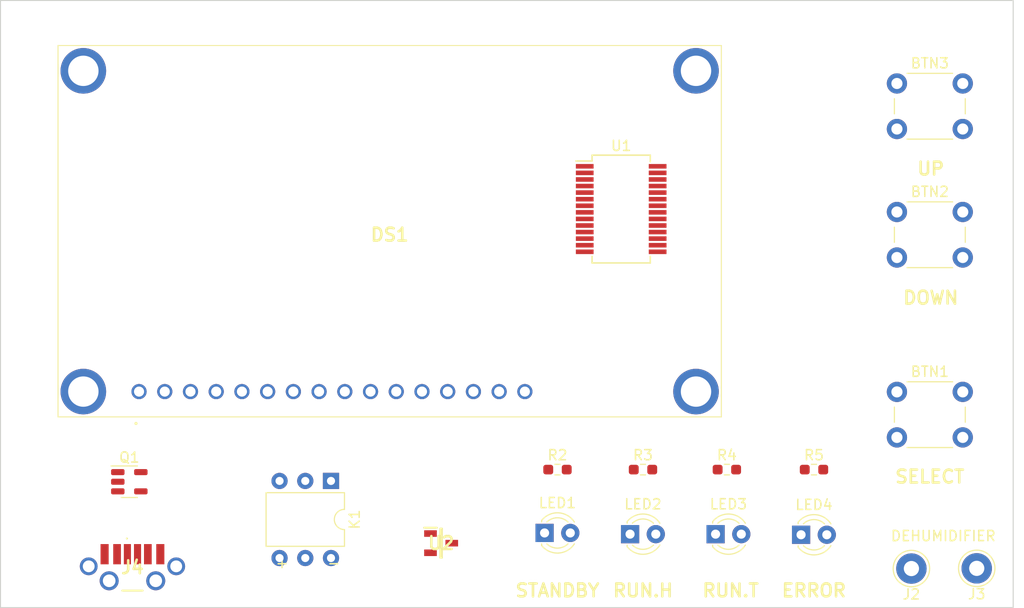
<source format=kicad_pcb>
(kicad_pcb (version 20211014) (generator pcbnew)
  (layers (0 "F.Cu" signal) (31 "B.Cu" signal) (34 "B.Paste" user) (35 "F.Paste" user) (36 "B.SilkS" user "B.Silkscreen") (37 "F.SilkS" user "F.Silkscreen") (38 "B.Mask" user) (39 "F.Mask" user) (44 "Edge.Cuts" user))
  (net 0 "")
  (net 46 "Net-(K1-Pad2)")
  (net 68 "Net-(U1-Pad15)")
  (footprint "Button_Switch_THT:SW_PUSH_6mm" (layer "F.Cu") (at 156.77 73.95)
    (fp_text reference "BTN3" (at 3.25 -2) (layer "F.SilkS"))
    (fp_text value "SW_Push")
    (fp_line (start -0.25 1.5) (end -0.25 3) (layer "F.SilkS") (width 0.12))
    (fp_line (start 6.75 3) (end 6.75 1.5) (layer "F.SilkS") (width 0.12))
    (fp_line (start 5.5 -1) (end 1 -1) (layer "F.SilkS") (width 0.12))
    (fp_line (start 1 5.5) (end 5.5 5.5) (layer "F.SilkS") (width 0.12))
    (pad "1" thru_hole circle (at 0 0 90) (size 2 2) (drill 1.1) (layers *.Cu *.Mask))
    (pad "1" thru_hole circle (at 6.5 0 90) (size 2 2) (drill 1.1) (layers *.Cu *.Mask))
    (pad "2" thru_hole circle (at 6.5 4.5 90) (size 2 2) (drill 1.1) (layers *.Cu *.Mask))
    (pad "2" thru_hole circle (at 0 4.5 90) (size 2 2) (drill 1.1) (layers *.Cu *.Mask))
  )
  (footprint "Package_TO_SOT_SMD:SOT-23-5" (layer "F.Cu") (at 80.97 113.31)
    (fp_text reference "Q1" (at 0 -2.4) (layer "F.SilkS"))
    (fp_text value "MCP1416")
    (fp_line (start 0 1.56) (end 0.8 1.56) (layer "F.SilkS") (width 0.12))
    (fp_line (start 0 -1.56) (end -1.8 -1.56) (layer "F.SilkS") (width 0.12))
    (fp_line (start 0 1.56) (end -0.8 1.56) (layer "F.SilkS") (width 0.12))
    (fp_line (start 0 -1.56) (end 0.8 -1.56) (layer "F.SilkS") (width 0.12))
    (pad "1" smd roundrect (at -1.1375 -0.95) (size 1.325 0.6) (layers "F.Cu" "F.Paste" "F.Mask"))
    (pad "2" smd roundrect (at -1.1375 0) (size 1.325 0.6) (layers "F.Cu" "F.Paste" "F.Mask"))
    (pad "3" smd roundrect (at -1.1375 0.95) (size 1.325 0.6) (layers "F.Cu" "F.Paste" "F.Mask"))
    (pad "4" smd roundrect (at 1.1375 0.95) (size 1.325 0.6) (layers "F.Cu" "F.Paste" "F.Mask"))
    (pad "5" smd roundrect (at 1.1375 -0.95) (size 1.325 0.6) (layers "F.Cu" "F.Paste" "F.Mask"))
  )
  (footprint "Resistor_SMD:R_0603_1608Metric_Pad0.98x0.95mm_HandSolder" (layer "F.Cu") (at 131.693333 112.11)
    (fp_text reference "R3" (at 0 -1.43) (layer "F.SilkS"))
    (fp_text value "1k")
    (fp_line (start -0.254724 -0.5225) (end 0.254724 -0.5225) (layer "F.SilkS") (width 0.12))
    (fp_line (start -0.254724 0.5225) (end 0.254724 0.5225) (layer "F.SilkS") (width 0.12))
    (pad "1" smd roundrect (at -0.9125 0) (size 0.975 0.95) (layers "F.Cu" "F.Paste" "F.Mask"))
    (pad "2" smd roundrect (at 0.9125 0) (size 0.975 0.95) (layers "F.Cu" "F.Paste" "F.Mask"))
  )
  (footprint "Connector_Pin:Pin_D1.3mm_L11.0mm_LooseFit" (layer "F.Cu") (at 164.65 121.87)
    (fp_text reference "J3" (at 0 2.55) (layer "F.SilkS"))
    (fp_text value "Conn_01x02")
    (fp_circle (center 0 0) (end 1.8 0.05) (layer "F.SilkS") (width 0.12) (fill none))
    (pad "1" thru_hole circle (at 0 0) (size 3 3) (drill 1.5) (layers *.Cu *.Mask))
  )
  (footprint "SamacSys:NHD0216HZFSWFBW33V3C" (layer "F.Cu") (at 81.93 104.4)
    (fp_text reference "DS1" (at 24.75 -15.5) (layer "F.SilkS") (effects (font (size 1.27 1.27) (thickness 0.254))))
    (fp_text value "NHD-0216HZ-FSW-FBW-33V3C" hide)
    (fp_line (start -8 2.5) (end -8 -34.2) (layer "F.SilkS") (width 0.1))
    (fp_line (start -0.35 3.15) (end -0.35 3.15) (layer "F.SilkS") (width 0.2))
    (fp_line (start -8 -34.2) (end 57.5 -34.2) (layer "F.SilkS") (width 0.1))
    (fp_line (start 57.5 2.5) (end -8 2.5) (layer "F.SilkS") (width 0.1))
    (fp_line (start -0.25 3.15) (end -0.25 3.15) (layer "F.SilkS") (width 0.2))
    (fp_line (start 57.5 -34.2) (end 57.5 2.5) (layer "F.SilkS") (width 0.1))
    (fp_arc (start -0.25 3.15) (mid -0.3 3.2) (end -0.35 3.15) (layer "F.SilkS") (width 0.2))
    (fp_arc (start -0.35 3.15) (mid -0.3 3.1) (end -0.25 3.15) (layer "F.SilkS") (width 0.2))
    (pad "1" thru_hole circle locked (at 0 0) (size 1.5 1.5) (drill 1) (layers *.Cu *.Mask))
    (pad "2" thru_hole circle locked (at 2.54 0) (size 1.5 1.5) (drill 1) (layers *.Cu *.Mask))
    (pad "3" thru_hole circle locked (at 5.08 0) (size 1.5 1.5) (drill 1) (layers *.Cu *.Mask))
    (pad "4" thru_hole circle locked (at 7.62 0) (size 1.5 1.5) (drill 1) (layers *.Cu *.Mask))
    (pad "5" thru_hole circle locked (at 10.16 0) (size 1.5 1.5) (drill 1) (layers *.Cu *.Mask))
    (pad "6" thru_hole circle locked (at 12.7 0) (size 1.5 1.5) (drill 1) (layers *.Cu *.Mask))
    (pad "7" thru_hole circle locked (at 15.24 0) (size 1.5 1.5) (drill 1) (layers *.Cu *.Mask))
    (pad "8" thru_hole circle locked (at 17.78 0) (size 1.5 1.5) (drill 1) (layers *.Cu *.Mask))
    (pad "9" thru_hole circle locked (at 20.32 0) (size 1.5 1.5) (drill 1) (layers *.Cu *.Mask))
    (pad "10" thru_hole circle locked (at 22.86 0) (size 1.5 1.5) (drill 1) (layers *.Cu *.Mask))
    (pad "11" thru_hole circle locked (at 25.4 0) (size 1.5 1.5) (drill 1) (layers *.Cu *.Mask))
    (pad "12" thru_hole circle locked (at 27.94 0) (size 1.5 1.5) (drill 1) (layers *.Cu *.Mask))
    (pad "13" thru_hole circle locked (at 30.48 0) (size 1.5 1.5) (drill 1) (layers *.Cu *.Mask))
    (pad "14" thru_hole circle locked (at 33.02 0) (size 1.5 1.5) (drill 1) (layers *.Cu *.Mask))
    (pad "15" thru_hole circle locked (at 35.56 0) (size 1.5 1.5) (drill 1) (layers *.Cu *.Mask))
    (pad "16" thru_hole circle locked (at 38.1 0) (size 1.5 1.5) (drill 1) (layers *.Cu *.Mask))
    (pad "MH1" thru_hole circle locked (at -5.5 0) (size 4.5 4.5) (drill 3) (layers *.Cu *.Mask))
    (pad "MH2" thru_hole circle locked (at -5.5 -31.7) (size 4.5 4.5) (drill 3) (layers *.Cu *.Mask))
    (pad "MH3" thru_hole circle locked (at 55 0) (size 4.5 4.5) (drill 3) (layers *.Cu *.Mask))
    (pad "MH4" thru_hole circle locked (at 55 -31.7) (size 4.5 4.5) (drill 3) (layers *.Cu *.Mask))
  )
  (footprint "Resistor_SMD:R_0603_1608Metric_Pad0.98x0.95mm_HandSolder" (layer "F.Cu") (at 148.58 112.11)
    (fp_text reference "R5" (at 0 -1.43) (layer "F.SilkS"))
    (fp_text value "1k")
    (fp_line (start -0.254724 0.5225) (end 0.254724 0.5225) (layer "F.SilkS") (width 0.12))
    (fp_line (start -0.254724 -0.5225) (end 0.254724 -0.5225) (layer "F.SilkS") (width 0.12))
    (pad "1" smd roundrect (at -0.9125 0) (size 0.975 0.95) (layers "F.Cu" "F.Paste" "F.Mask"))
    (pad "2" smd roundrect (at 0.9125 0) (size 0.975 0.95) (layers "F.Cu" "F.Paste" "F.Mask"))
  )
  (footprint "Package_DIP:DIP-6_W7.62mm" (layer "F.Cu") (at 100.885 113.23 -90)
    (fp_text reference "K1" (at 3.81 -2.33 90) (layer "F.SilkS"))
    (fp_text value "TLP3545")
    (fp_line (start 2.81 -1.33) (end 1.16 -1.33) (layer "F.SilkS") (width 0.12))
    (fp_line (start 1.16 6.41) (end 6.46 6.41) (layer "F.SilkS") (width 0.12))
    (fp_line (start 1.16 -1.33) (end 1.16 6.41) (layer "F.SilkS") (width 0.12))
    (fp_line (start 6.46 -1.33) (end 4.81 -1.33) (layer "F.SilkS") (width 0.12))
    (fp_line (start 6.46 6.41) (end 6.46 -1.33) (layer "F.SilkS") (width 0.12))
    (fp_arc (start 4.81 -1.33) (mid 3.81 -0.33) (end 2.81 -1.33) (layer "F.SilkS") (width 0.12))
    (pad "1" thru_hole rect (at 0 0 270) (size 1.6 1.6) (drill 0.8) (layers *.Cu *.Mask))
    (pad "2" thru_hole oval (at 0 2.54 270) (size 1.6 1.6) (drill 0.8) (layers *.Cu *.Mask) (net 46 "Net-(K1-Pad2)"))
    (pad "3" thru_hole oval (at 0 5.08 270) (size 1.6 1.6) (drill 0.8) (layers *.Cu *.Mask))
    (pad "4" thru_hole oval (at 7.62 5.08 270) (size 1.6 1.6) (drill 0.8) (layers *.Cu *.Mask))
    (pad "5" thru_hole oval (at 7.62 2.54 270) (size 1.6 1.6) (drill 0.8) (layers *.Cu *.Mask))
    (pad "6" thru_hole oval (at 7.62 0 270) (size 1.6 1.6) (drill 0.8) (layers *.Cu *.Mask))
  )
  (footprint "Button_Switch_THT:SW_PUSH_6mm" (layer "F.Cu") (at 156.77 86.65)
    (fp_text reference "BTN2" (at 3.25 -2) (layer "F.SilkS"))
    (fp_text value "SW_Push")
    (fp_line (start -0.25 1.5) (end -0.25 3) (layer "F.SilkS") (width 0.12))
    (fp_line (start 1 5.5) (end 5.5 5.5) (layer "F.SilkS") (width 0.12))
    (fp_line (start 5.5 -1) (end 1 -1) (layer "F.SilkS") (width 0.12))
    (fp_line (start 6.75 3) (end 6.75 1.5) (layer "F.SilkS") (width 0.12))
    (pad "1" thru_hole circle (at 0 0 90) (size 2 2) (drill 1.1) (layers *.Cu *.Mask))
    (pad "1" thru_hole circle (at 6.5 0 90) (size 2 2) (drill 1.1) (layers *.Cu *.Mask))
    (pad "2" thru_hole circle (at 6.5 4.5 90) (size 2 2) (drill 1.1) (layers *.Cu *.Mask))
    (pad "2" thru_hole circle (at 0 4.5 90) (size 2 2) (drill 1.1) (layers *.Cu *.Mask))
  )
  (footprint "Connector_Pin:Pin_D1.3mm_L11.0mm_LooseFit" (layer "F.Cu") (at 158.2 121.89)
    (fp_text reference "J2" (at 0 2.55) (layer "F.SilkS"))
    (fp_text value "Conn_01x02")
    (fp_circle (center 0 0) (end 1.8 0.05) (layer "F.SilkS") (width 0.12) (fill none))
    (pad "1" thru_hole circle (at 0 0) (size 3 3) (drill 1.5) (layers *.Cu *.Mask))
  )
  (footprint "Resistor_SMD:R_0603_1608Metric_Pad0.98x0.95mm_HandSolder" (layer "F.Cu") (at 139.976666 112.11)
    (fp_text reference "R4" (at 0 -1.43) (layer "F.SilkS"))
    (fp_text value "1k")
    (fp_line (start -0.254724 -0.5225) (end 0.254724 -0.5225) (layer "F.SilkS") (width 0.12))
    (fp_line (start -0.254724 0.5225) (end 0.254724 0.5225) (layer "F.SilkS") (width 0.12))
    (pad "1" smd roundrect (at -0.9125 0) (size 0.975 0.95) (layers "F.Cu" "F.Paste" "F.Mask"))
    (pad "2" smd roundrect (at 0.9125 0) (size 0.975 0.95) (layers "F.Cu" "F.Paste" "F.Mask"))
  )
  (footprint "LED_THT:LED_D3.0mm" (layer "F.Cu") (at 147.305 118.55)
    (fp_text reference "LED4" (at 1.27 -2.96) (layer "F.SilkS"))
    (fp_text value "0603")
    (fp_line (start -0.29 -1.236) (end -0.29 -1.08) (layer "F.SilkS") (width 0.12))
    (fp_line (start -0.29 1.08) (end -0.29 1.236) (layer "F.SilkS") (width 0.12))
    (fp_arc (start 2.942335 1.078608) (mid 1.366487 1.987659) (end -0.29 1.235516) (layer "F.SilkS") (width 0.12))
    (fp_arc (start 2.31113 1.079837) (mid 1.270117 1.5) (end 0.229039 1.08) (layer "F.SilkS") (width 0.12))
    (fp_arc (start -0.29 -1.235516) (mid 1.366487 -1.987659) (end 2.942335 -1.078608) (layer "F.SilkS") (width 0.12))
    (fp_arc (start 0.229039 -1.08) (mid 1.270117 -1.5) (end 2.31113 -1.079837) (layer "F.SilkS") (width 0.12))
    (pad "1" thru_hole rect (at 0 0) (size 1.8 1.8) (drill 0.9) (layers *.Cu *.Mask))
    (pad "2" thru_hole circle (at 2.54 0) (size 1.8 1.8) (drill 0.9) (layers *.Cu *.Mask))
  )
  (footprint "Button_Switch_THT:SW_PUSH_6mm" (layer "F.Cu") (at 156.77 104.43)
    (fp_text reference "BTN1" (at 3.25 -2) (layer "F.SilkS"))
    (fp_text value "SW_Push")
    (fp_line (start -0.25 1.5) (end -0.25 3) (layer "F.SilkS") (width 0.12))
    (fp_line (start 5.5 -1) (end 1 -1) (layer "F.SilkS") (width 0.12))
    (fp_line (start 1 5.5) (end 5.5 5.5) (layer "F.SilkS") (width 0.12))
    (fp_line (start 6.75 3) (end 6.75 1.5) (layer "F.SilkS") (width 0.12))
    (pad "1" thru_hole circle (at 6.5 0 90) (size 2 2) (drill 1.1) (layers *.Cu *.Mask))
    (pad "1" thru_hole circle (at 0 0 90) (size 2 2) (drill 1.1) (layers *.Cu *.Mask))
    (pad "2" thru_hole circle (at 6.5 4.5 90) (size 2 2) (drill 1.1) (layers *.Cu *.Mask))
    (pad "2" thru_hole circle (at 0 4.5 90) (size 2 2) (drill 1.1) (layers *.Cu *.Mask))
  )
  (footprint "LED_THT:LED_D3.0mm" (layer "F.Cu") (at 130.418333 118.49)
    (fp_text reference "LED2" (at 1.27 -2.96) (layer "F.SilkS"))
    (fp_text value "0603")
    (fp_line (start -0.29 1.08) (end -0.29 1.236) (layer "F.SilkS") (width 0.12))
    (fp_line (start -0.29 -1.236) (end -0.29 -1.08) (layer "F.SilkS") (width 0.12))
    (fp_arc (start -0.29 -1.235516) (mid 1.366487 -1.987659) (end 2.942335 -1.078608) (layer "F.SilkS") (width 0.12))
    (fp_arc (start 2.31113 1.079837) (mid 1.270117 1.5) (end 0.229039 1.08) (layer "F.SilkS") (width 0.12))
    (fp_arc (start 2.942335 1.078608) (mid 1.366487 1.987659) (end -0.29 1.235516) (layer "F.SilkS") (width 0.12))
    (fp_arc (start 0.229039 -1.08) (mid 1.270117 -1.5) (end 2.31113 -1.079837) (layer "F.SilkS") (width 0.12))
    (pad "1" thru_hole rect (at 0 0) (size 1.8 1.8) (drill 0.9) (layers *.Cu *.Mask))
    (pad "2" thru_hole circle (at 2.54 0) (size 1.8 1.8) (drill 0.9) (layers *.Cu *.Mask))
  )
  (footprint "Resistor_SMD:R_0603_1608Metric_Pad0.98x0.95mm_HandSolder" (layer "F.Cu") (at 123.25 112.11)
    (fp_text reference "R2" (at 0 -1.43) (layer "F.SilkS"))
    (fp_text value "1k")
    (fp_line (start -0.254724 -0.5225) (end 0.254724 -0.5225) (layer "F.SilkS") (width 0.12))
    (fp_line (start -0.254724 0.5225) (end 0.254724 0.5225) (layer "F.SilkS") (width 0.12))
    (pad "1" smd roundrect (at -0.9125 0) (size 0.975 0.95) (layers "F.Cu" "F.Paste" "F.Mask"))
    (pad "2" smd roundrect (at 0.9125 0) (size 0.975 0.95) (layers "F.Cu" "F.Paste" "F.Mask"))
  )
  (footprint "LED_THT:LED_D3.0mm" (layer "F.Cu") (at 138.861666 118.49)
    (fp_text reference "LED3" (at 1.27 -2.96) (layer "F.SilkS"))
    (fp_text value "0603")
    (fp_line (start -0.29 -1.236) (end -0.29 -1.08) (layer "F.SilkS") (width 0.12))
    (fp_line (start -0.29 1.08) (end -0.29 1.236) (layer "F.SilkS") (width 0.12))
    (fp_arc (start 2.942335 1.078608) (mid 1.366487 1.987659) (end -0.29 1.235516) (layer "F.SilkS") (width 0.12))
    (fp_arc (start 0.229039 -1.08) (mid 1.270117 -1.5) (end 2.31113 -1.079837) (layer "F.SilkS") (width 0.12))
    (fp_arc (start 2.31113 1.079837) (mid 1.270117 1.5) (end 0.229039 1.08) (layer "F.SilkS") (width 0.12))
    (fp_arc (start -0.29 -1.235516) (mid 1.366487 -1.987659) (end 2.942335 -1.078608) (layer "F.SilkS") (width 0.12))
    (pad "1" thru_hole rect (at 0 0) (size 1.8 1.8) (drill 0.9) (layers *.Cu *.Mask))
    (pad "2" thru_hole circle (at 2.54 0) (size 1.8 1.8) (drill 0.9) (layers *.Cu *.Mask))
  )
  (footprint "Package_SO:SSOP-28_5.3x10.2mm_P0.65mm" (layer "F.Cu") (at 129.54 86.36)
    (fp_text reference "U1" (at 0 -6.25) (layer "F.SilkS"))
    (fp_text value "ATmega3208-X")
    (fp_line (start -2.875 5.325) (end 2.875 5.325) (layer "F.SilkS") (width 0.15))
    (fp_line (start 2.875 5.325) (end 2.875 4.675) (layer "F.SilkS") (width 0.15))
    (fp_line (start 2.875 -5.325) (end 2.875 -4.675) (layer "F.SilkS") (width 0.15))
    (fp_line (start -2.875 -4.75) (end -4.475 -4.75) (layer "F.SilkS") (width 0.15))
    (fp_line (start -2.875 -5.325) (end 2.875 -5.325) (layer "F.SilkS") (width 0.15))
    (fp_line (start -2.875 -5.325) (end -2.875 -4.75) (layer "F.SilkS") (width 0.15))
    (fp_line (start -2.875 5.325) (end -2.875 4.675) (layer "F.SilkS") (width 0.15))
    (pad "1" smd rect (at -3.6 -4.225) (size 1.75 0.45) (layers "F.Cu" "F.Paste" "F.Mask"))
    (pad "2" smd rect (at -3.6 -3.575) (size 1.75 0.45) (layers "F.Cu" "F.Paste" "F.Mask"))
    (pad "3" smd rect (at -3.6 -2.925) (size 1.75 0.45) (layers "F.Cu" "F.Paste" "F.Mask"))
    (pad "4" smd rect (at -3.6 -2.275) (size 1.75 0.45) (layers "F.Cu" "F.Paste" "F.Mask"))
    (pad "5" smd rect (at -3.6 -1.625) (size 1.75 0.45) (layers "F.Cu" "F.Paste" "F.Mask"))
    (pad "6" smd rect (at -3.6 -0.975) (size 1.75 0.45) (layers "F.Cu" "F.Paste" "F.Mask"))
    (pad "7" smd rect (at -3.6 -0.325) (size 1.75 0.45) (layers "F.Cu" "F.Paste" "F.Mask"))
    (pad "8" smd rect (at -3.6 0.325) (size 1.75 0.45) (layers "F.Cu" "F.Paste" "F.Mask"))
    (pad "9" smd rect (at -3.6 0.975) (size 1.75 0.45) (layers "F.Cu" "F.Paste" "F.Mask"))
    (pad "10" smd rect (at -3.6 1.625) (size 1.75 0.45) (layers "F.Cu" "F.Paste" "F.Mask"))
    (pad "11" smd rect (at -3.6 2.275) (size 1.75 0.45) (layers "F.Cu" "F.Paste" "F.Mask"))
    (pad "12" smd rect (at -3.6 2.925) (size 1.75 0.45) (layers "F.Cu" "F.Paste" "F.Mask"))
    (pad "13" smd rect (at -3.6 3.575) (size 1.75 0.45) (layers "F.Cu" "F.Paste" "F.Mask"))
    (pad "14" smd rect (at -3.6 4.225) (size 1.75 0.45) (layers "F.Cu" "F.Paste" "F.Mask"))
    (pad "15" smd rect (at 3.6 4.225) (size 1.75 0.45) (layers "F.Cu" "F.Paste" "F.Mask") (net 68 "Net-(U1-Pad15)"))
    (pad "16" smd rect (at 3.6 3.575) (size 1.75 0.45) (layers "F.Cu" "F.Paste" "F.Mask"))
    (pad "17" smd rect (at 3.6 2.925) (size 1.75 0.45) (layers "F.Cu" "F.Paste" "F.Mask"))
    (pad "18" smd rect (at 3.6 2.275) (size 1.75 0.45) (layers "F.Cu" "F.Paste" "F.Mask"))
    (pad "19" smd rect (at 3.6 1.625) (size 1.75 0.45) (layers "F.Cu" "F.Paste" "F.Mask"))
    (pad "20" smd rect (at 3.6 0.975) (size 1.75 0.45) (layers "F.Cu" "F.Paste" "F.Mask"))
    (pad "21" smd rect (at 3.6 0.325) (size 1.75 0.45) (layers "F.Cu" "F.Paste" "F.Mask") (net 68 "Net-(U1-Pad15)"))
    (pad "22" smd rect (at 3.6 -0.325) (size 1.75 0.45) (layers "F.Cu" "F.Paste" "F.Mask"))
    (pad "23" smd rect (at 3.6 -0.975) (size 1.75 0.45) (layers "F.Cu" "F.Paste" "F.Mask"))
    (pad "24" smd rect (at 3.6 -1.625) (size 1.75 0.45) (layers "F.Cu" "F.Paste" "F.Mask"))
    (pad "25" smd rect (at 3.6 -2.275) (size 1.75 0.45) (layers "F.Cu" "F.Paste" "F.Mask"))
    (pad "26" smd rect (at 3.6 -2.925) (size 1.75 0.45) (layers "F.Cu" "F.Paste" "F.Mask"))
    (pad "27" smd rect (at 3.6 -3.575) (size 1.75 0.45) (layers "F.Cu" "F.Paste" "F.Mask"))
    (pad "28" smd rect (at 3.6 -4.225) (size 1.75 0.45) (layers "F.Cu" "F.Paste" "F.Mask"))
  )
  (footprint "SamacSys:SOT95P237X112-3N" (layer "F.Cu") (at 111.76 119.38)
    (fp_text reference "U2" (at 0 0) (layer "F.SilkS") (effects (font (size 1.27 1.27) (thickness 0.254))))
    (fp_text value "MCP9701AT-E_TT" hide)
    (fp_line (start -0.075 1.43) (end -0.075 -1.43) (layer "F.SilkS") (width 0.2))
    (fp_line (start -1.675 -1.525) (end -0.425 -1.525) (layer "F.SilkS") (width 0.2))
    (fp_line (start -0.075 -1.43) (end 0.075 -1.43) (layer "F.SilkS") (width 0.2))
    (fp_line (start 0.075 1.43) (end -0.075 1.43) (layer "F.SilkS") (width 0.2))
    (fp_line (start 0.075 -1.43) (end 0.075 1.43) (layer "F.SilkS") (width 0.2))
    (pad "1" smd rect locked (at -1.05 -0.95 90) (size 0.65 1.25) (layers "F.Cu" "F.Paste" "F.Mask"))
    (pad "2" smd rect locked (at -1.05 0.95 90) (size 0.65 1.25) (layers "F.Cu" "F.Paste" "F.Mask"))
    (pad "3" smd rect locked (at 1.05 0 90) (size 0.65 1.25) (layers "F.Cu" "F.Paste" "F.Mask"))
  )
  (footprint "LED_THT:LED_D3.0mm" (layer "F.Cu") (at 121.975 118.37)
    (fp_text reference "LED1" (at 1.27 -2.96) (layer "F.SilkS"))
    (fp_text value "0603")
    (fp_line (start -0.29 -1.236) (end -0.29 -1.08) (layer "F.SilkS") (width 0.12))
    (fp_line (start -0.29 1.08) (end -0.29 1.236) (layer "F.SilkS") (width 0.12))
    (fp_arc (start 0.229039 -1.08) (mid 1.270117 -1.5) (end 2.31113 -1.079837) (layer "F.SilkS") (width 0.12))
    (fp_arc (start 2.942335 1.078608) (mid 1.366487 1.987659) (end -0.29 1.235516) (layer "F.SilkS") (width 0.12))
    (fp_arc (start 2.31113 1.079837) (mid 1.270117 1.5) (end 0.229039 1.08) (layer "F.SilkS") (width 0.12))
    (fp_arc (start -0.29 -1.235516) (mid 1.366487 -1.987659) (end 2.942335 -1.078608) (layer "F.SilkS") (width 0.12))
    (pad "1" thru_hole rect (at 0 0) (size 1.8 1.8) (drill 0.9) (layers *.Cu *.Mask))
    (pad "2" thru_hole circle (at 2.54 0) (size 1.8 1.8) (drill 0.9) (layers *.Cu *.Mask))
  )
  (footprint "SamacSys:USB4140GF0070C" (layer "F.Cu") (at 81.28 121.92)
    (fp_text reference "J4" (at 0 -0.15) (layer "F.SilkS") (effects (font (size 1.27 1.27) (thickness 0.254))))
    (fp_text value "USB4140-GF-0070-C" hide)
    (fp_line (start -1 2.15) (end 1 2.15) (layer "F.SilkS") (width 0.2))
    (fp_line (start -0.5 -3) (end -0.5 -3) (layer "F.SilkS") (width 0.1))
    (fp_line (start -0.6 -3) (end -0.6 -3) (layer "F.SilkS") (width 0.1))
    (fp_arc (start -0.6 -3) (mid -0.55 -3.05) (end -0.5 -3) (layer "F.SilkS") (width 0.1))
    (fp_arc (start -0.5 -3) (mid -0.55 -2.95) (end -0.6 -3) (layer "F.SilkS") (width 0.1))
    (pad "" np_thru_hole circle locked (at 3.875 1.55) (size 1.07 1.07) (drill 1.07) (layers *.Cu *.Mask))
    (pad "" np_thru_hole circle locked (at -3.875 1.55) (size 0.65 0.65) (drill 0.65) (layers *.Cu *.Mask))
    (pad "A5" smd rect locked (at -0.5 -1.45) (size 0.7 2) (layers "F.Cu" "F.Paste" "F.Mask"))
    (pad "A9" smd rect locked (at 1.52 -1.45) (size 0.76 2) (layers "F.Cu" "F.Paste" "F.Mask"))
    (pad "A12" smd rect locked (at 2.75 -1.45) (size 0.8 2) (layers "F.Cu" "F.Paste" "F.Mask"))
    (pad "B5" smd rect locked (at 0.5 -1.45) (size 0.7 2) (layers "F.Cu" "F.Paste" "F.Mask"))
    (pad "B9" smd rect locked (at -1.52 -1.45) (size 0.76 2) (layers "F.Cu" "F.Paste" "F.Mask"))
    (pad "B12" smd rect locked (at -2.75 -1.45) (size 0.8 2) (layers "F.Cu" "F.Paste" "F.Mask"))
    (pad "MH1" thru_hole circle locked (at -4.32 -0.25) (size 1.755 1.755) (drill 1.17) (layers *.Cu *.Mask))
    (pad "MH2" thru_hole circle locked (at 4.32 -0.25) (size 1.755 1.755) (drill 1.17) (layers *.Cu *.Mask))
    (pad "MH3" thru_hole circle locked (at -2.3 1.18) (size 1.875 1.875) (drill 1.25) (layers *.Cu *.Mask))
    (pad "MH4" thru_hole circle locked (at 2.3 1.18) (size 1.875 1.875) (drill 1.25) (layers *.Cu *.Mask))
  )
  (gr_rect (start 168.25 125.75) (end 68.25 65.75) (layer "Edge.Cuts") (width 0.1) (fill none))
  (gr_text "RUN.T" (at 140.348333 124.06) (layer "F.SilkS") (effects (font (size 1.27 1.27) (thickness 0.254))))
  (gr_text "UP" (at 160.11 82.37) (layer "F.SilkS") (effects (font (size 1.27 1.27) (thickness 0.254))))
  (gr_text "SELECT" (at 160.02 112.81) (layer "F.SilkS") (effects (font (size 1.27 1.27) (thickness 0.254))))
  (gr_text "STANDBY" (at 123.25 124.06) (layer "F.SilkS") (effects (font (size 1.27 1.27) (thickness 0.254))))
  (gr_text "RUN.H" (at 131.693333 124.06) (layer "F.SilkS") (effects (font (size 1.27 1.27) (thickness 0.254))))
  (gr_text "-" (at 101.16 121.34) (layer "F.SilkS") (effects (font (size 1 1))))
  (gr_text "ERROR" (at 148.58 124.06) (layer "F.SilkS") (effects (font (size 1.27 1.27) (thickness 0.254))))
  (gr_text "DEHUMIDIFIER" (at 161.35 118.67) (layer "F.SilkS") (effects (font (size 1 1))))
  (gr_text "DOWN" (at 160.11 95.13) (layer "F.SilkS") (effects (font (size 1.27 1.27) (thickness 0.254))))
  (gr_text "+" (at 96.05 121.34) (layer "F.SilkS") (effects (font (size 1 1))))
)
</source>
